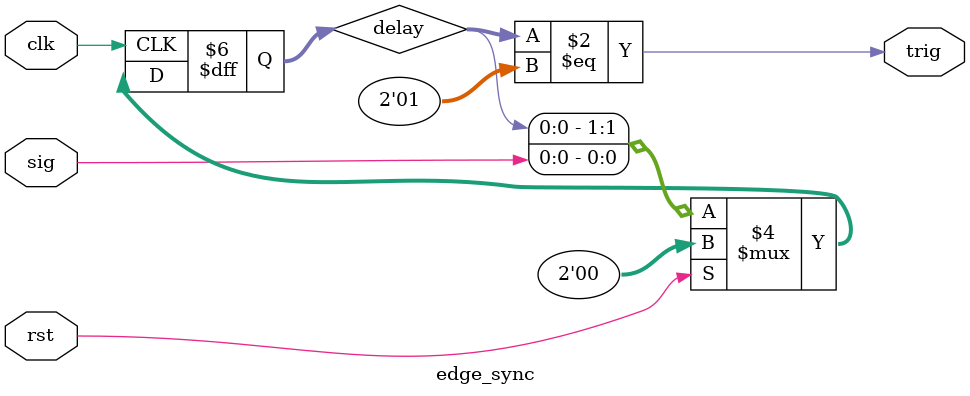
<source format=v>



module edge_sync
  #(parameter POSEDGE = 1)
   (input clk,
    input rst,
    input sig,
    output trig);
   
   reg [1:0] delay;
   
   always @(posedge clk)
     if(rst)
       delay <= 2'b00;
     else
       delay <= {delay[0],sig};
   
   assign trig = POSEDGE ? (delay==2'b01) : (delay==2'b10);
   
endmodule // edge_sync



</source>
